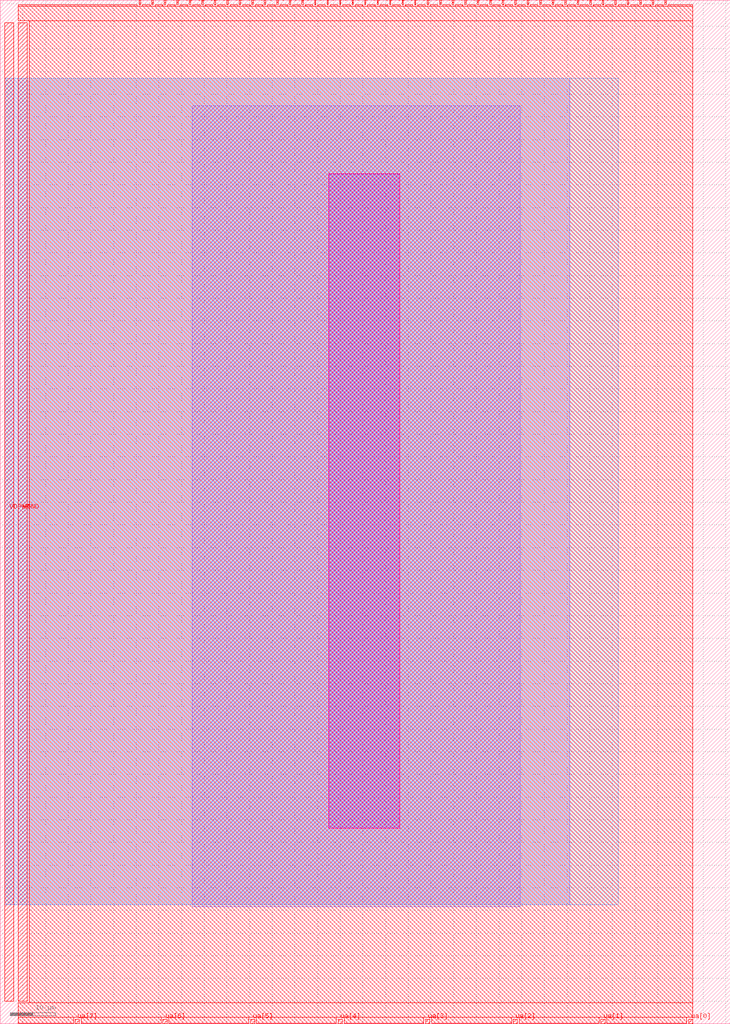
<source format=lef>
VERSION 5.7 ;
  NOWIREEXTENSIONATPIN ON ;
  DIVIDERCHAR "/" ;
  BUSBITCHARS "[]" ;
MACRO tt_um_alexjaeger_ringoscillator
  CLASS BLOCK ;
  FOREIGN tt_um_alexjaeger_ringoscillator ;
  ORIGIN 0.000 0.000 ;
  SIZE 161.000 BY 225.760 ;
  PIN clk
    DIRECTION INPUT ;
    USE SIGNAL ;
    ANTENNADIFFAREA 36.779999 ;
    PORT
      LAYER met4 ;
        RECT 143.830 224.760 144.130 225.760 ;
    END
  END clk
  PIN ena
    DIRECTION INPUT ;
    USE SIGNAL ;
    ANTENNADIFFAREA 36.779999 ;
    PORT
      LAYER met4 ;
        RECT 146.590 224.760 146.890 225.760 ;
    END
  END ena
  PIN rst_n
    DIRECTION INPUT ;
    USE SIGNAL ;
    ANTENNADIFFAREA 36.779999 ;
    PORT
      LAYER met4 ;
        RECT 141.070 224.760 141.370 225.760 ;
    END
  END rst_n
  PIN ua[0]
    DIRECTION INOUT ;
    USE SIGNAL ;
    ANTENNADIFFAREA 2.900000 ;
    PORT
      LAYER met4 ;
        RECT 151.810 0.000 152.710 1.000 ;
    END
  END ua[0]
  PIN ua[1]
    DIRECTION INOUT ;
    USE SIGNAL ;
    PORT
      LAYER met4 ;
        RECT 132.490 0.000 133.390 1.000 ;
    END
  END ua[1]
  PIN ua[2]
    DIRECTION INOUT ;
    USE SIGNAL ;
    PORT
      LAYER met4 ;
        RECT 113.170 0.000 114.070 1.000 ;
    END
  END ua[2]
  PIN ua[3]
    DIRECTION INOUT ;
    USE SIGNAL ;
    PORT
      LAYER met4 ;
        RECT 93.850 0.000 94.750 1.000 ;
    END
  END ua[3]
  PIN ua[4]
    DIRECTION INOUT ;
    USE SIGNAL ;
    PORT
      LAYER met4 ;
        RECT 74.530 0.000 75.430 1.000 ;
    END
  END ua[4]
  PIN ua[5]
    DIRECTION INOUT ;
    USE SIGNAL ;
    PORT
      LAYER met4 ;
        RECT 55.210 0.000 56.110 1.000 ;
    END
  END ua[5]
  PIN ua[6]
    DIRECTION INOUT ;
    USE SIGNAL ;
    PORT
      LAYER met4 ;
        RECT 35.890 0.000 36.790 1.000 ;
    END
  END ua[6]
  PIN ua[7]
    DIRECTION INOUT ;
    USE SIGNAL ;
    PORT
      LAYER met4 ;
        RECT 16.570 0.000 17.470 1.000 ;
    END
  END ua[7]
  PIN ui_in[0]
    DIRECTION INPUT ;
    USE SIGNAL ;
    ANTENNADIFFAREA 36.779999 ;
    PORT
      LAYER met4 ;
        RECT 138.310 224.760 138.610 225.760 ;
    END
  END ui_in[0]
  PIN ui_in[1]
    DIRECTION INPUT ;
    USE SIGNAL ;
    ANTENNADIFFAREA 36.779999 ;
    PORT
      LAYER met4 ;
        RECT 135.550 224.760 135.850 225.760 ;
    END
  END ui_in[1]
  PIN ui_in[2]
    DIRECTION INPUT ;
    USE SIGNAL ;
    ANTENNADIFFAREA 36.779999 ;
    PORT
      LAYER met4 ;
        RECT 132.790 224.760 133.090 225.760 ;
    END
  END ui_in[2]
  PIN ui_in[3]
    DIRECTION INPUT ;
    USE SIGNAL ;
    ANTENNADIFFAREA 36.779999 ;
    PORT
      LAYER met4 ;
        RECT 130.030 224.760 130.330 225.760 ;
    END
  END ui_in[3]
  PIN ui_in[4]
    DIRECTION INPUT ;
    USE SIGNAL ;
    ANTENNADIFFAREA 36.779999 ;
    PORT
      LAYER met4 ;
        RECT 127.270 224.760 127.570 225.760 ;
    END
  END ui_in[4]
  PIN ui_in[5]
    DIRECTION INPUT ;
    USE SIGNAL ;
    ANTENNADIFFAREA 36.779999 ;
    PORT
      LAYER met4 ;
        RECT 124.510 224.760 124.810 225.760 ;
    END
  END ui_in[5]
  PIN ui_in[6]
    DIRECTION INPUT ;
    USE SIGNAL ;
    ANTENNADIFFAREA 36.779999 ;
    PORT
      LAYER met4 ;
        RECT 121.750 224.760 122.050 225.760 ;
    END
  END ui_in[6]
  PIN ui_in[7]
    DIRECTION INPUT ;
    USE SIGNAL ;
    ANTENNADIFFAREA 36.779999 ;
    PORT
      LAYER met4 ;
        RECT 118.990 224.760 119.290 225.760 ;
    END
  END ui_in[7]
  PIN uio_in[0]
    DIRECTION INPUT ;
    USE SIGNAL ;
    ANTENNADIFFAREA 36.779999 ;
    PORT
      LAYER met4 ;
        RECT 116.230 224.760 116.530 225.760 ;
    END
  END uio_in[0]
  PIN uio_in[1]
    DIRECTION INPUT ;
    USE SIGNAL ;
    ANTENNADIFFAREA 36.779999 ;
    PORT
      LAYER met4 ;
        RECT 113.470 224.760 113.770 225.760 ;
    END
  END uio_in[1]
  PIN uio_in[2]
    DIRECTION INPUT ;
    USE SIGNAL ;
    ANTENNADIFFAREA 36.779999 ;
    PORT
      LAYER met4 ;
        RECT 110.710 224.760 111.010 225.760 ;
    END
  END uio_in[2]
  PIN uio_in[3]
    DIRECTION INPUT ;
    USE SIGNAL ;
    ANTENNADIFFAREA 36.779999 ;
    PORT
      LAYER met4 ;
        RECT 107.950 224.760 108.250 225.760 ;
    END
  END uio_in[3]
  PIN uio_in[4]
    DIRECTION INPUT ;
    USE SIGNAL ;
    ANTENNADIFFAREA 36.779999 ;
    PORT
      LAYER met4 ;
        RECT 105.190 224.760 105.490 225.760 ;
    END
  END uio_in[4]
  PIN uio_in[5]
    DIRECTION INPUT ;
    USE SIGNAL ;
    ANTENNADIFFAREA 36.779999 ;
    PORT
      LAYER met4 ;
        RECT 102.430 224.760 102.730 225.760 ;
    END
  END uio_in[5]
  PIN uio_in[6]
    DIRECTION INPUT ;
    USE SIGNAL ;
    ANTENNADIFFAREA 36.779999 ;
    PORT
      LAYER met4 ;
        RECT 99.670 224.760 99.970 225.760 ;
    END
  END uio_in[6]
  PIN uio_in[7]
    DIRECTION INPUT ;
    USE SIGNAL ;
    ANTENNADIFFAREA 36.779999 ;
    PORT
      LAYER met4 ;
        RECT 96.910 224.760 97.210 225.760 ;
    END
  END uio_in[7]
  PIN uio_oe[0]
    DIRECTION OUTPUT ;
    USE SIGNAL ;
    ANTENNADIFFAREA 36.779999 ;
    PORT
      LAYER met4 ;
        RECT 49.990 224.760 50.290 225.760 ;
    END
  END uio_oe[0]
  PIN uio_oe[1]
    DIRECTION OUTPUT ;
    USE SIGNAL ;
    ANTENNADIFFAREA 36.779999 ;
    PORT
      LAYER met4 ;
        RECT 47.230 224.760 47.530 225.760 ;
    END
  END uio_oe[1]
  PIN uio_oe[2]
    DIRECTION OUTPUT ;
    USE SIGNAL ;
    ANTENNADIFFAREA 36.779999 ;
    PORT
      LAYER met4 ;
        RECT 44.470 224.760 44.770 225.760 ;
    END
  END uio_oe[2]
  PIN uio_oe[3]
    DIRECTION OUTPUT ;
    USE SIGNAL ;
    ANTENNADIFFAREA 36.779999 ;
    PORT
      LAYER met4 ;
        RECT 41.710 224.760 42.010 225.760 ;
    END
  END uio_oe[3]
  PIN uio_oe[4]
    DIRECTION OUTPUT ;
    USE SIGNAL ;
    ANTENNADIFFAREA 36.779999 ;
    PORT
      LAYER met4 ;
        RECT 38.950 224.760 39.250 225.760 ;
    END
  END uio_oe[4]
  PIN uio_oe[5]
    DIRECTION OUTPUT ;
    USE SIGNAL ;
    ANTENNADIFFAREA 36.779999 ;
    PORT
      LAYER met4 ;
        RECT 36.190 224.760 36.490 225.760 ;
    END
  END uio_oe[5]
  PIN uio_oe[6]
    DIRECTION OUTPUT ;
    USE SIGNAL ;
    ANTENNADIFFAREA 36.779999 ;
    PORT
      LAYER met4 ;
        RECT 33.430 224.760 33.730 225.760 ;
    END
  END uio_oe[6]
  PIN uio_oe[7]
    DIRECTION OUTPUT ;
    USE SIGNAL ;
    ANTENNADIFFAREA 36.779999 ;
    PORT
      LAYER met4 ;
        RECT 30.670 224.760 30.970 225.760 ;
    END
  END uio_oe[7]
  PIN uio_out[0]
    DIRECTION OUTPUT ;
    USE SIGNAL ;
    ANTENNADIFFAREA 36.779999 ;
    PORT
      LAYER met4 ;
        RECT 72.070 224.760 72.370 225.760 ;
    END
  END uio_out[0]
  PIN uio_out[1]
    DIRECTION OUTPUT ;
    USE SIGNAL ;
    ANTENNADIFFAREA 36.779999 ;
    PORT
      LAYER met4 ;
        RECT 69.310 224.760 69.610 225.760 ;
    END
  END uio_out[1]
  PIN uio_out[2]
    DIRECTION OUTPUT ;
    USE SIGNAL ;
    ANTENNADIFFAREA 36.779999 ;
    PORT
      LAYER met4 ;
        RECT 66.550 224.760 66.850 225.760 ;
    END
  END uio_out[2]
  PIN uio_out[3]
    DIRECTION OUTPUT ;
    USE SIGNAL ;
    ANTENNADIFFAREA 36.779999 ;
    PORT
      LAYER met4 ;
        RECT 63.790 224.760 64.090 225.760 ;
    END
  END uio_out[3]
  PIN uio_out[4]
    DIRECTION OUTPUT ;
    USE SIGNAL ;
    ANTENNADIFFAREA 36.779999 ;
    PORT
      LAYER met4 ;
        RECT 61.030 224.760 61.330 225.760 ;
    END
  END uio_out[4]
  PIN uio_out[5]
    DIRECTION OUTPUT ;
    USE SIGNAL ;
    ANTENNADIFFAREA 36.779999 ;
    PORT
      LAYER met4 ;
        RECT 58.270 224.760 58.570 225.760 ;
    END
  END uio_out[5]
  PIN uio_out[6]
    DIRECTION OUTPUT ;
    USE SIGNAL ;
    ANTENNADIFFAREA 36.779999 ;
    PORT
      LAYER met4 ;
        RECT 55.510 224.760 55.810 225.760 ;
    END
  END uio_out[6]
  PIN uio_out[7]
    DIRECTION OUTPUT ;
    USE SIGNAL ;
    ANTENNADIFFAREA 36.779999 ;
    PORT
      LAYER met4 ;
        RECT 52.750 224.760 53.050 225.760 ;
    END
  END uio_out[7]
  PIN uo_out[0]
    DIRECTION OUTPUT ;
    USE SIGNAL ;
    ANTENNADIFFAREA 36.779999 ;
    PORT
      LAYER met4 ;
        RECT 94.150 224.760 94.450 225.760 ;
    END
  END uo_out[0]
  PIN uo_out[1]
    DIRECTION OUTPUT ;
    USE SIGNAL ;
    ANTENNADIFFAREA 36.779999 ;
    PORT
      LAYER met4 ;
        RECT 91.390 224.760 91.690 225.760 ;
    END
  END uo_out[1]
  PIN uo_out[2]
    DIRECTION OUTPUT ;
    USE SIGNAL ;
    ANTENNADIFFAREA 36.779999 ;
    PORT
      LAYER met4 ;
        RECT 88.630 224.760 88.930 225.760 ;
    END
  END uo_out[2]
  PIN uo_out[3]
    DIRECTION OUTPUT ;
    USE SIGNAL ;
    ANTENNADIFFAREA 36.779999 ;
    PORT
      LAYER met4 ;
        RECT 85.870 224.760 86.170 225.760 ;
    END
  END uo_out[3]
  PIN uo_out[4]
    DIRECTION OUTPUT ;
    USE SIGNAL ;
    ANTENNADIFFAREA 36.779999 ;
    PORT
      LAYER met4 ;
        RECT 83.110 224.760 83.410 225.760 ;
    END
  END uo_out[4]
  PIN uo_out[5]
    DIRECTION OUTPUT ;
    USE SIGNAL ;
    ANTENNADIFFAREA 36.779999 ;
    PORT
      LAYER met4 ;
        RECT 80.350 224.760 80.650 225.760 ;
    END
  END uo_out[5]
  PIN uo_out[6]
    DIRECTION OUTPUT ;
    USE SIGNAL ;
    ANTENNADIFFAREA 36.779999 ;
    PORT
      LAYER met4 ;
        RECT 77.590 224.760 77.890 225.760 ;
    END
  END uo_out[6]
  PIN uo_out[7]
    DIRECTION OUTPUT ;
    USE SIGNAL ;
    ANTENNADIFFAREA 36.779999 ;
    PORT
      LAYER met4 ;
        RECT 74.830 224.760 75.130 225.760 ;
    END
  END uo_out[7]
  PIN VDPWR
    DIRECTION INOUT ;
    USE POWER ;
    PORT
      LAYER met4 ;
        RECT 1.000 5.000 3.000 220.760 ;
    END
  END VDPWR
  PIN VGND
    DIRECTION INOUT ;
    USE GROUND ;
    PORT
      LAYER met4 ;
        RECT 4.000 5.000 6.000 220.760 ;
    END
  END VGND
  OBS
      LAYER nwell ;
        RECT 72.430 43.140 88.060 187.515 ;
      LAYER li1 ;
        RECT 72.590 43.320 87.940 187.335 ;
      LAYER met1 ;
        RECT 42.385 25.750 114.665 202.475 ;
      LAYER met2 ;
        RECT 1.000 26.205 125.615 208.510 ;
      LAYER met3 ;
        RECT 0.975 26.200 136.285 208.490 ;
      LAYER met4 ;
        RECT 3.970 224.360 30.270 224.760 ;
        RECT 31.370 224.360 33.030 224.760 ;
        RECT 34.130 224.360 35.790 224.760 ;
        RECT 36.890 224.360 38.550 224.760 ;
        RECT 39.650 224.360 41.310 224.760 ;
        RECT 42.410 224.360 44.070 224.760 ;
        RECT 45.170 224.360 46.830 224.760 ;
        RECT 47.930 224.360 49.590 224.760 ;
        RECT 50.690 224.360 52.350 224.760 ;
        RECT 53.450 224.360 55.110 224.760 ;
        RECT 56.210 224.360 57.870 224.760 ;
        RECT 58.970 224.360 60.630 224.760 ;
        RECT 61.730 224.360 63.390 224.760 ;
        RECT 64.490 224.360 66.150 224.760 ;
        RECT 67.250 224.360 68.910 224.760 ;
        RECT 70.010 224.360 71.670 224.760 ;
        RECT 72.770 224.360 74.430 224.760 ;
        RECT 75.530 224.360 77.190 224.760 ;
        RECT 78.290 224.360 79.950 224.760 ;
        RECT 81.050 224.360 82.710 224.760 ;
        RECT 83.810 224.360 85.470 224.760 ;
        RECT 86.570 224.360 88.230 224.760 ;
        RECT 89.330 224.360 90.990 224.760 ;
        RECT 92.090 224.360 93.750 224.760 ;
        RECT 94.850 224.360 96.510 224.760 ;
        RECT 97.610 224.360 99.270 224.760 ;
        RECT 100.370 224.360 102.030 224.760 ;
        RECT 103.130 224.360 104.790 224.760 ;
        RECT 105.890 224.360 107.550 224.760 ;
        RECT 108.650 224.360 110.310 224.760 ;
        RECT 111.410 224.360 113.070 224.760 ;
        RECT 114.170 224.360 115.830 224.760 ;
        RECT 116.930 224.360 118.590 224.760 ;
        RECT 119.690 224.360 121.350 224.760 ;
        RECT 122.450 224.360 124.110 224.760 ;
        RECT 125.210 224.360 126.870 224.760 ;
        RECT 127.970 224.360 129.630 224.760 ;
        RECT 130.730 224.360 132.390 224.760 ;
        RECT 133.490 224.360 135.150 224.760 ;
        RECT 136.250 224.360 137.910 224.760 ;
        RECT 139.010 224.360 140.670 224.760 ;
        RECT 141.770 224.360 143.430 224.760 ;
        RECT 144.530 224.360 146.190 224.760 ;
        RECT 147.290 224.360 152.715 224.760 ;
        RECT 3.970 221.160 152.715 224.360 ;
        RECT 6.400 4.600 152.715 221.160 ;
        RECT 3.970 1.400 152.715 4.600 ;
        RECT 3.970 0.100 16.170 1.400 ;
        RECT 17.870 0.100 35.490 1.400 ;
        RECT 37.190 0.100 54.810 1.400 ;
        RECT 56.510 0.100 74.130 1.400 ;
        RECT 75.830 0.100 93.450 1.400 ;
        RECT 95.150 0.100 112.770 1.400 ;
        RECT 114.470 0.100 132.090 1.400 ;
        RECT 133.790 0.100 151.410 1.400 ;
  END
END tt_um_alexjaeger_ringoscillator
END LIBRARY


</source>
